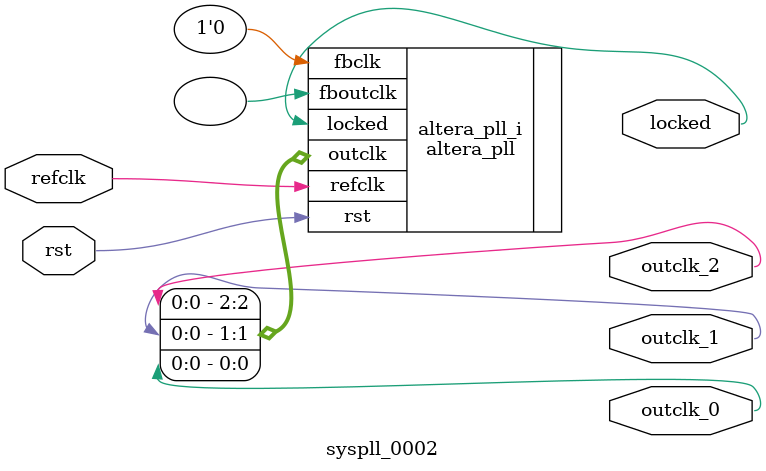
<source format=v>
`timescale 1ns/10ps
module  syspll_0002(

	// interface 'refclk'
	input wire refclk,

	// interface 'reset'
	input wire rst,

	// interface 'outclk0'
	output wire outclk_0,

	// interface 'outclk1'
	output wire outclk_1,

	// interface 'outclk2'
	output wire outclk_2,

	// interface 'locked'
	output wire locked
);

	altera_pll #(
		.fractional_vco_multiplier("false"),
		.reference_clock_frequency("50.0 MHz"),
		.operation_mode("normal"),
		.number_of_clocks(3),
		.output_clock_frequency0("133.333333 MHz"),
		.phase_shift0("-3828 ps"),
		.duty_cycle0(50),
		.output_clock_frequency1("133.333333 MHz"),
		.phase_shift1("0 ps"),
		.duty_cycle1(50),
		.output_clock_frequency2("50.000000 MHz"),
		.phase_shift2("0 ps"),
		.duty_cycle2(50),
		.output_clock_frequency3("0 MHz"),
		.phase_shift3("0 ps"),
		.duty_cycle3(50),
		.output_clock_frequency4("0 MHz"),
		.phase_shift4("0 ps"),
		.duty_cycle4(50),
		.output_clock_frequency5("0 MHz"),
		.phase_shift5("0 ps"),
		.duty_cycle5(50),
		.output_clock_frequency6("0 MHz"),
		.phase_shift6("0 ps"),
		.duty_cycle6(50),
		.output_clock_frequency7("0 MHz"),
		.phase_shift7("0 ps"),
		.duty_cycle7(50),
		.output_clock_frequency8("0 MHz"),
		.phase_shift8("0 ps"),
		.duty_cycle8(50),
		.output_clock_frequency9("0 MHz"),
		.phase_shift9("0 ps"),
		.duty_cycle9(50),
		.output_clock_frequency10("0 MHz"),
		.phase_shift10("0 ps"),
		.duty_cycle10(50),
		.output_clock_frequency11("0 MHz"),
		.phase_shift11("0 ps"),
		.duty_cycle11(50),
		.output_clock_frequency12("0 MHz"),
		.phase_shift12("0 ps"),
		.duty_cycle12(50),
		.output_clock_frequency13("0 MHz"),
		.phase_shift13("0 ps"),
		.duty_cycle13(50),
		.output_clock_frequency14("0 MHz"),
		.phase_shift14("0 ps"),
		.duty_cycle14(50),
		.output_clock_frequency15("0 MHz"),
		.phase_shift15("0 ps"),
		.duty_cycle15(50),
		.output_clock_frequency16("0 MHz"),
		.phase_shift16("0 ps"),
		.duty_cycle16(50),
		.output_clock_frequency17("0 MHz"),
		.phase_shift17("0 ps"),
		.duty_cycle17(50),
		.pll_type("General"),
		.pll_subtype("General")
	) altera_pll_i (
		.rst	(rst),
		.outclk	({outclk_2, outclk_1, outclk_0}),
		.locked	(locked),
		.fboutclk	( ),
		.fbclk	(1'b0),
		.refclk	(refclk)
	);
endmodule


</source>
